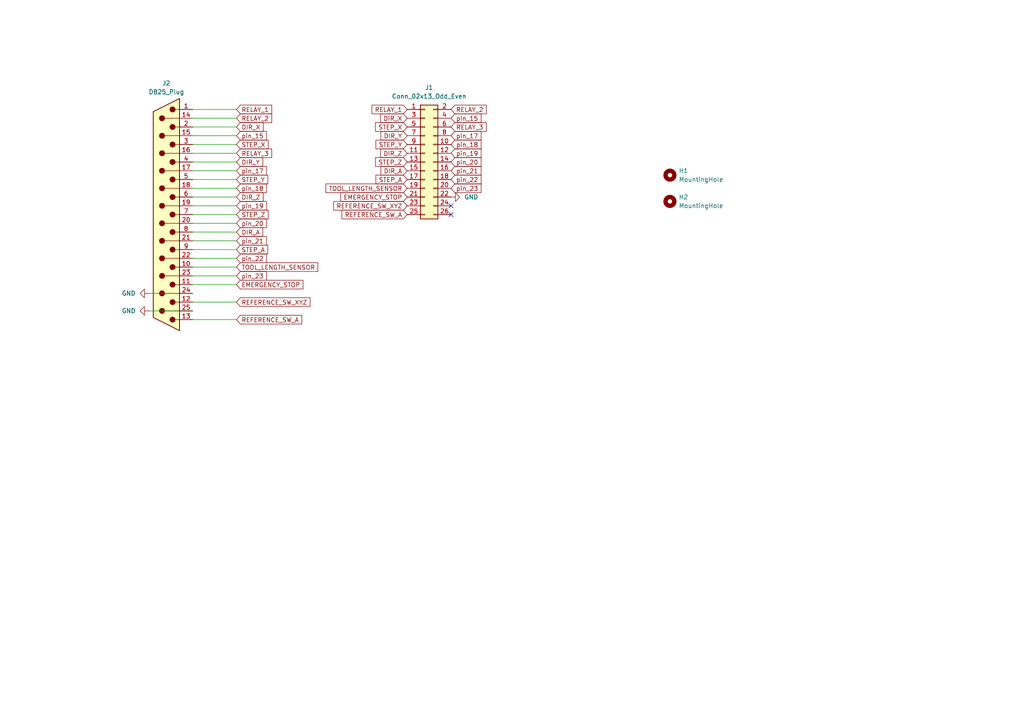
<source format=kicad_sch>
(kicad_sch (version 20231120) (generator "eeschema") (generator_version "8.0")
  (paper "A4")
  (lib_symbols
    (symbol "Connector:DB25_Plug" (pin_names (offset 1.016) hide)
      (property "Reference" "J" (at 0 34.29 0))
      (property "Value" "DB25_Plug" (at 0 -34.925 0))
      (symbol "DB25_Plug_0_1"
        (circle (center -1.778 -30.48) (radius 0.762) (fill (type outline)))
        (circle (center -1.778 -25.4) (radius 0.762) (fill (type outline)))
        (circle (center -1.778 -20.32) (radius 0.762) (fill (type outline)))
        (circle (center -1.778 -15.24) (radius 0.762) (fill (type outline)))
        (circle (center -1.778 -10.16) (radius 0.762) (fill (type outline)))
        (circle (center -1.778 -5.08) (radius 0.762) (fill (type outline)))
        (circle (center -1.778 0) (radius 0.762) (fill (type outline)))
        (circle (center -1.778 5.08) (radius 0.762) (fill (type outline)))
        (circle (center -1.778 10.16) (radius 0.762) (fill (type outline)))
        (circle (center -1.778 15.24) (radius 0.762) (fill (type outline)))
        (circle (center -1.778 20.32) (radius 0.762) (fill (type outline)))
        (circle (center -1.778 25.4) (radius 0.762) (fill (type outline)))
        (circle (center -1.778 30.48) (radius 0.762) (fill (type outline)))
        (polyline (pts (xy -3.81 -30.48) (xy -2.54 -30.48)))
        (polyline (pts (xy -3.81 -27.94) (xy 0.508 -27.94)))
        (polyline (pts (xy -3.81 -25.4) (xy -2.54 -25.4)))
        (polyline (pts (xy -3.81 -22.86) (xy 0.508 -22.86)))
        (polyline (pts (xy -3.81 -20.32) (xy -2.54 -20.32)))
        (polyline (pts (xy -3.81 -17.78) (xy 0.508 -17.78)))
        (polyline (pts (xy -3.81 -15.24) (xy -2.54 -15.24)))
        (polyline (pts (xy -3.81 -12.7) (xy 0.508 -12.7)))
        (polyline (pts (xy -3.81 -10.16) (xy -2.54 -10.16)))
        (polyline (pts (xy -3.81 -7.62) (xy 0.508 -7.62)))
        (polyline (pts (xy -3.81 -5.08) (xy -2.54 -5.08)))
        (polyline (pts (xy -3.81 -2.54) (xy 0.508 -2.54)))
        (polyline (pts (xy -3.81 0) (xy -2.54 0)))
        (polyline (pts (xy -3.81 2.54) (xy 0.508 2.54)))
        (polyline (pts (xy -3.81 5.08) (xy -2.54 5.08)))
        (polyline (pts (xy -3.81 7.62) (xy 0.508 7.62)))
        (polyline (pts (xy -3.81 10.16) (xy -2.54 10.16)))
        (polyline (pts (xy -3.81 12.7) (xy 0.508 12.7)))
        (polyline (pts (xy -3.81 15.24) (xy -2.54 15.24)))
        (polyline (pts (xy -3.81 17.78) (xy 0.508 17.78)))
        (polyline (pts (xy -3.81 20.32) (xy -2.54 20.32)))
        (polyline (pts (xy -3.81 22.86) (xy 0.508 22.86)))
        (polyline (pts (xy -3.81 25.4) (xy -2.54 25.4)))
        (polyline (pts (xy -3.81 27.94) (xy 0.508 27.94)))
        (polyline (pts (xy -3.81 30.48) (xy -2.54 30.48)))
        (polyline (pts (xy -3.81 -33.655) (xy 3.81 -29.845) (xy 3.81 29.845) (xy -3.81 33.655) (xy -3.81 -33.655)) (stroke (width 0.254)) (fill (type background)))
        (circle (center 1.27 -27.94) (radius 0.762) (fill (type outline)))
        (circle (center 1.27 -22.86) (radius 0.762) (fill (type outline)))
        (circle (center 1.27 -17.78) (radius 0.762) (fill (type outline)))
        (circle (center 1.27 -12.7) (radius 0.762) (fill (type outline)))
        (circle (center 1.27 -7.62) (radius 0.762) (fill (type outline)))
        (circle (center 1.27 -2.54) (radius 0.762) (fill (type outline)))
        (circle (center 1.27 2.54) (radius 0.762) (fill (type outline)))
        (circle (center 1.27 7.62) (radius 0.762) (fill (type outline)))
        (circle (center 1.27 12.7) (radius 0.762) (fill (type outline)))
        (circle (center 1.27 17.78) (radius 0.762) (fill (type outline)))
        (circle (center 1.27 22.86) (radius 0.762) (fill (type outline)))
        (circle (center 1.27 27.94) (radius 0.762) (fill (type outline)))
      )
      (symbol "DB25_Plug_1_1"
        (pin passive line (at -7.62 -30.48 0) (length 3.81) (name "1") (number "1"))
        (pin passive line (at -7.62 15.24 0) (length 3.81) (name "10") (number "10"))
        (pin passive line (at -7.62 20.32 0) (length 3.81) (name "11") (number "11"))
        (pin passive line (at -7.62 25.4 0) (length 3.81) (name "12") (number "12"))
        (pin passive line (at -7.62 30.48 0) (length 3.81) (name "13") (number "13"))
        (pin passive line (at -7.62 -27.94 0) (length 3.81) (name "P14") (number "14"))
        (pin passive line (at -7.62 -22.86 0) (length 3.81) (name "P15") (number "15"))
        (pin passive line (at -7.62 -17.78 0) (length 3.81) (name "P16") (number "16"))
        (pin passive line (at -7.62 -12.7 0) (length 3.81) (name "P17") (number "17"))
        (pin passive line (at -7.62 -7.62 0) (length 3.81) (name "P18") (number "18"))
        (pin passive line (at -7.62 -2.54 0) (length 3.81) (name "P19") (number "19"))
        (pin passive line (at -7.62 -25.4 0) (length 3.81) (name "2") (number "2"))
        (pin passive line (at -7.62 2.54 0) (length 3.81) (name "P20") (number "20"))
        (pin passive line (at -7.62 7.62 0) (length 3.81) (name "P21") (number "21"))
        (pin passive line (at -7.62 12.7 0) (length 3.81) (name "P22") (number "22"))
        (pin passive line (at -7.62 17.78 0) (length 3.81) (name "P23") (number "23"))
        (pin passive line (at -7.62 22.86 0) (length 3.81) (name "P24") (number "24"))
        (pin passive line (at -7.62 27.94 0) (length 3.81) (name "P25") (number "25"))
        (pin passive line (at -7.62 -20.32 0) (length 3.81) (name "3") (number "3"))
        (pin passive line (at -7.62 -15.24 0) (length 3.81) (name "4") (number "4"))
        (pin passive line (at -7.62 -10.16 0) (length 3.81) (name "5") (number "5"))
        (pin passive line (at -7.62 -5.08 0) (length 3.81) (name "6") (number "6"))
        (pin passive line (at -7.62 0 0) (length 3.81) (name "7") (number "7"))
        (pin passive line (at -7.62 5.08 0) (length 3.81) (name "8") (number "8"))
        (pin passive line (at -7.62 10.16 0) (length 3.81) (name "9") (number "9"))
      )
    )
    (symbol "Connector_Generic:Conn_02x13_Odd_Even" (pin_names (offset 1.016) hide)
      (property "Reference" "J" (at 1.27 17.78 0))
      (property "Value" "Conn_02x13_Odd_Even" (at 1.27 -17.78 0))
      (symbol "Conn_02x13_Odd_Even_1_1"
        (rectangle (start -1.27 -15.113) (end 0 -15.367) (stroke (width 0.1524)))
        (rectangle (start -1.27 -12.573) (end 0 -12.827) (stroke (width 0.1524)))
        (rectangle (start -1.27 -10.033) (end 0 -10.287) (stroke (width 0.1524)))
        (rectangle (start -1.27 -7.493) (end 0 -7.747) (stroke (width 0.1524)))
        (rectangle (start -1.27 -4.953) (end 0 -5.207) (stroke (width 0.1524)))
        (rectangle (start -1.27 -2.413) (end 0 -2.667) (stroke (width 0.1524)))
        (rectangle (start -1.27 0.127) (end 0 -0.127) (stroke (width 0.1524)))
        (rectangle (start -1.27 2.667) (end 0 2.413) (stroke (width 0.1524)))
        (rectangle (start -1.27 5.207) (end 0 4.953) (stroke (width 0.1524)))
        (rectangle (start -1.27 7.747) (end 0 7.493) (stroke (width 0.1524)))
        (rectangle (start -1.27 10.287) (end 0 10.033) (stroke (width 0.1524)))
        (rectangle (start -1.27 12.827) (end 0 12.573) (stroke (width 0.1524)))
        (rectangle (start -1.27 15.367) (end 0 15.113) (stroke (width 0.1524)))
        (rectangle (start -1.27 16.51) (end 3.81 -16.51) (stroke (width 0.254)) (fill (type background)))
        (rectangle (start 3.81 -15.113) (end 2.54 -15.367) (stroke (width 0.1524)))
        (rectangle (start 3.81 -12.573) (end 2.54 -12.827) (stroke (width 0.1524)))
        (rectangle (start 3.81 -10.033) (end 2.54 -10.287) (stroke (width 0.1524)))
        (rectangle (start 3.81 -7.493) (end 2.54 -7.747) (stroke (width 0.1524)))
        (rectangle (start 3.81 -4.953) (end 2.54 -5.207) (stroke (width 0.1524)))
        (rectangle (start 3.81 -2.413) (end 2.54 -2.667) (stroke (width 0.1524)))
        (rectangle (start 3.81 0.127) (end 2.54 -0.127) (stroke (width 0.1524)))
        (rectangle (start 3.81 2.667) (end 2.54 2.413) (stroke (width 0.1524)))
        (rectangle (start 3.81 5.207) (end 2.54 4.953) (stroke (width 0.1524)))
        (rectangle (start 3.81 7.747) (end 2.54 7.493) (stroke (width 0.1524)))
        (rectangle (start 3.81 10.287) (end 2.54 10.033) (stroke (width 0.1524)))
        (rectangle (start 3.81 12.827) (end 2.54 12.573) (stroke (width 0.1524)))
        (rectangle (start 3.81 15.367) (end 2.54 15.113) (stroke (width 0.1524)))
        (pin passive line (at -5.08 15.24 0) (length 3.81) (name "Pin_1") (number "1"))
        (pin passive line (at 7.62 5.08 180) (length 3.81) (name "Pin_10") (number "10"))
        (pin passive line (at -5.08 2.54 0) (length 3.81) (name "Pin_11") (number "11"))
        (pin passive line (at 7.62 2.54 180) (length 3.81) (name "Pin_12") (number "12"))
        (pin passive line (at -5.08 0 0) (length 3.81) (name "Pin_13") (number "13"))
        (pin passive line (at 7.62 0 180) (length 3.81) (name "Pin_14") (number "14"))
        (pin passive line (at -5.08 -2.54 0) (length 3.81) (name "Pin_15") (number "15"))
        (pin passive line (at 7.62 -2.54 180) (length 3.81) (name "Pin_16") (number "16"))
        (pin passive line (at -5.08 -5.08 0) (length 3.81) (name "Pin_17") (number "17"))
        (pin passive line (at 7.62 -5.08 180) (length 3.81) (name "Pin_18") (number "18"))
        (pin passive line (at -5.08 -7.62 0) (length 3.81) (name "Pin_19") (number "19"))
        (pin passive line (at 7.62 15.24 180) (length 3.81) (name "Pin_2") (number "2"))
        (pin passive line (at 7.62 -7.62 180) (length 3.81) (name "Pin_20") (number "20"))
        (pin passive line (at -5.08 -10.16 0) (length 3.81) (name "Pin_21") (number "21"))
        (pin passive line (at 7.62 -10.16 180) (length 3.81) (name "Pin_22") (number "22"))
        (pin passive line (at -5.08 -12.7 0) (length 3.81) (name "Pin_23") (number "23"))
        (pin passive line (at 7.62 -12.7 180) (length 3.81) (name "Pin_24") (number "24"))
        (pin passive line (at -5.08 -15.24 0) (length 3.81) (name "Pin_25") (number "25"))
        (pin passive line (at 7.62 -15.24 180) (length 3.81) (name "Pin_26") (number "26"))
        (pin passive line (at -5.08 12.7 0) (length 3.81) (name "Pin_3") (number "3"))
        (pin passive line (at 7.62 12.7 180) (length 3.81) (name "Pin_4") (number "4"))
        (pin passive line (at -5.08 10.16 0) (length 3.81) (name "Pin_5") (number "5"))
        (pin passive line (at 7.62 10.16 180) (length 3.81) (name "Pin_6") (number "6"))
        (pin passive line (at -5.08 7.62 0) (length 3.81) (name "Pin_7") (number "7"))
        (pin passive line (at 7.62 7.62 180) (length 3.81) (name "Pin_8") (number "8"))
        (pin passive line (at -5.08 5.08 0) (length 3.81) (name "Pin_9") (number "9"))
      )
    )
    (symbol "Mechanical:MountingHole" (pin_names (offset 1.016)) (exclude_from_sim yes) (in_bom no)
      (property "Reference" "H" (at 0 5.08 0))
      (property "Value" "MountingHole" (at 0 3.175 0))
      (symbol "MountingHole_0_1"
        (circle (center 0 0) (radius 1.27) (stroke (width 1.27)))
      )
    )
    (symbol "power:GND" (power) (pin_numbers hide) (pin_names (offset 0) hide)
      (property "Value" "GND" (at 0 -3.81 0))
      (symbol "GND_0_1"
        (polyline (pts (xy 0 0) (xy 0 -1.27) (xy 1.27 -1.27) (xy 0 -2.54) (xy -1.27 -1.27) (xy 0 -1.27)))
      )
      (symbol "GND_1_1"
        (pin power_in line (at 0 0 270) (length 0) (name "~") (number "1"))
      )
    )
  )
  (no_connect (at 130.81 62.23))
  (no_connect (at 130.81 59.69))
  (wire (pts (xy 68.58 34.29) (xy 55.88 34.29)))
  (wire (pts (xy 68.58 80.01) (xy 55.88 80.01)))
  (wire (pts (xy 68.58 92.71) (xy 55.88 92.71)))
  (wire (pts (xy 68.58 57.15) (xy 55.88 57.15)))
  (wire (pts (xy 68.58 59.69) (xy 55.88 59.69)))
  (wire (pts (xy 68.58 67.31) (xy 55.88 67.31)))
  (wire (pts (xy 43.18 85.09) (xy 55.88 85.09)))
  (wire (pts (xy 68.58 87.63) (xy 55.88 87.63)))
  (wire (pts (xy 68.58 62.23) (xy 55.88 62.23)))
  (wire (pts (xy 68.58 72.39) (xy 55.88 72.39)))
  (wire (pts (xy 68.58 54.61) (xy 55.88 54.61)))
  (wire (pts (xy 68.58 31.75) (xy 55.88 31.75)))
  (wire (pts (xy 68.58 64.77) (xy 55.88 64.77)))
  (wire (pts (xy 68.58 74.93) (xy 55.88 74.93)))
  (wire (pts (xy 68.58 49.53) (xy 55.88 49.53)))
  (wire (pts (xy 68.58 39.37) (xy 55.88 39.37)))
  (wire (pts (xy 43.18 90.17) (xy 55.88 90.17)))
  (wire (pts (xy 68.58 36.83) (xy 55.88 36.83)))
  (wire (pts (xy 68.58 69.85) (xy 55.88 69.85)))
  (wire (pts (xy 68.58 44.45) (xy 55.88 44.45)))
  (wire (pts (xy 68.58 77.47) (xy 55.88 77.47)))
  (wire (pts (xy 68.58 52.07) (xy 55.88 52.07)))
  (wire (pts (xy 68.58 41.91) (xy 55.88 41.91)))
  (wire (pts (xy 68.58 46.99) (xy 55.88 46.99)))
  (wire (pts (xy 68.58 82.55) (xy 55.88 82.55)))
  (global_label "RELAY_3" (shape input) (at 68.58 44.45 0) (property "Intersheetrefs" "${INTERSHEET_REFS}" (effects (hide yes))))
  (global_label "pin_22" (shape input) (at 68.58 74.93 0) (property "Intersheetrefs" "${INTERSHEET_REFS}" (effects (hide yes))))
  (global_label "STEP_Y" (shape input) (at 118.11 41.91 180) (property "Intersheetrefs" "${INTERSHEET_REFS}" (effects (hide yes))))
  (global_label "STEP_Z" (shape input) (at 118.11 46.99 180) (property "Intersheetrefs" "${INTERSHEET_REFS}" (effects (hide yes))))
  (global_label "STEP_A" (shape input) (at 68.58 72.39 0) (property "Intersheetrefs" "${INTERSHEET_REFS}" (effects (hide yes))))
  (global_label "RELAY_1" (shape input) (at 68.58 31.75 0) (property "Intersheetrefs" "${INTERSHEET_REFS}" (effects (hide yes))))
  (global_label "pin_18" (shape input) (at 68.58 54.61 0) (property "Intersheetrefs" "${INTERSHEET_REFS}" (effects (hide yes))))
  (global_label "pin_23" (shape input) (at 130.81 54.61 0) (property "Intersheetrefs" "${INTERSHEET_REFS}" (effects (hide yes))))
  (global_label "pin_17" (shape input) (at 68.58 49.53 0) (property "Intersheetrefs" "${INTERSHEET_REFS}" (effects (hide yes))))
  (global_label "RELAY_1" (shape input) (at 118.11 31.75 180) (property "Intersheetrefs" "${INTERSHEET_REFS}" (effects (hide yes))))
  (global_label "EMERGENCY_STOP" (shape input) (at 68.58 82.55 0) (property "Intersheetrefs" "${INTERSHEET_REFS}" (effects (hide yes))))
  (global_label "pin_21" (shape input) (at 68.58 69.85 0) (property "Intersheetrefs" "${INTERSHEET_REFS}" (effects (hide yes))))
  (global_label "pin_15" (shape input) (at 130.81 34.29 0) (property "Intersheetrefs" "${INTERSHEET_REFS}" (effects (hide yes))))
  (global_label "DIR_Z" (shape input) (at 68.58 57.15 0) (property "Intersheetrefs" "${INTERSHEET_REFS}" (effects (hide yes))))
  (global_label "STEP_A" (shape input) (at 118.11 52.07 180) (property "Intersheetrefs" "${INTERSHEET_REFS}" (effects (hide yes))))
  (global_label "RELAY_2" (shape input) (at 130.81 31.75 0) (property "Intersheetrefs" "${INTERSHEET_REFS}" (effects (hide yes))))
  (global_label "DIR_Z" (shape input) (at 118.11 44.45 180) (property "Intersheetrefs" "${INTERSHEET_REFS}" (effects (hide yes))))
  (global_label "TOOL_LENGTH_SENSOR" (shape input) (at 68.58 77.47 0) (property "Intersheetrefs" "${INTERSHEET_REFS}" (effects (hide yes))))
  (global_label "REFERENCE_SW_A" (shape input) (at 118.11 62.23 180) (property "Intersheetrefs" "${INTERSHEET_REFS}" (effects (hide yes))))
  (global_label "DIR_X" (shape input) (at 118.11 34.29 180) (property "Intersheetrefs" "${INTERSHEET_REFS}" (effects (hide yes))))
  (global_label "REFERENCE_SW_XYZ" (shape input) (at 68.58 87.63 0) (property "Intersheetrefs" "${INTERSHEET_REFS}" (effects (hide yes))))
  (global_label "TOOL_LENGTH_SENSOR" (shape input) (at 118.11 54.61 180) (property "Intersheetrefs" "${INTERSHEET_REFS}" (effects (hide yes))))
  (global_label "STEP_X" (shape input) (at 68.58 41.91 0) (property "Intersheetrefs" "${INTERSHEET_REFS}" (effects (hide yes))))
  (global_label "REFERENCE_SW_A" (shape input) (at 68.58 92.71 0) (property "Intersheetrefs" "${INTERSHEET_REFS}" (effects (hide yes))))
  (global_label "DIR_Y" (shape input) (at 118.11 39.37 180) (property "Intersheetrefs" "${INTERSHEET_REFS}" (effects (hide yes))))
  (global_label "pin_20" (shape input) (at 68.58 64.77 0) (property "Intersheetrefs" "${INTERSHEET_REFS}" (effects (hide yes))))
  (global_label "pin_23" (shape input) (at 68.58 80.01 0) (property "Intersheetrefs" "${INTERSHEET_REFS}" (effects (hide yes))))
  (global_label "EMERGENCY_STOP" (shape input) (at 118.11 57.15 180) (property "Intersheetrefs" "${INTERSHEET_REFS}" (effects (hide yes))))
  (global_label "DIR_A" (shape input) (at 68.58 67.31 0) (property "Intersheetrefs" "${INTERSHEET_REFS}" (effects (hide yes))))
  (global_label "pin_21" (shape input) (at 130.81 49.53 0) (property "Intersheetrefs" "${INTERSHEET_REFS}" (effects (hide yes))))
  (global_label "pin_15" (shape input) (at 68.58 39.37 0) (property "Intersheetrefs" "${INTERSHEET_REFS}" (effects (hide yes))))
  (global_label "STEP_Z" (shape input) (at 68.58 62.23 0) (property "Intersheetrefs" "${INTERSHEET_REFS}" (effects (hide yes))))
  (global_label "REFERENCE_SW_XYZ" (shape input) (at 118.11 59.69 180) (property "Intersheetrefs" "${INTERSHEET_REFS}" (effects (hide yes))))
  (global_label "STEP_Y" (shape input) (at 68.58 52.07 0) (property "Intersheetrefs" "${INTERSHEET_REFS}" (effects (hide yes))))
  (global_label "pin_19" (shape input) (at 130.81 44.45 0) (property "Intersheetrefs" "${INTERSHEET_REFS}" (effects (hide yes))))
  (global_label "RELAY_3" (shape input) (at 130.81 36.83 0) (property "Intersheetrefs" "${INTERSHEET_REFS}" (effects (hide yes))))
  (global_label "pin_22" (shape input) (at 130.81 52.07 0) (property "Intersheetrefs" "${INTERSHEET_REFS}" (effects (hide yes))))
  (global_label "DIR_Y" (shape input) (at 68.58 46.99 0) (property "Intersheetrefs" "${INTERSHEET_REFS}" (effects (hide yes))))
  (global_label "STEP_X" (shape input) (at 118.11 36.83 180) (property "Intersheetrefs" "${INTERSHEET_REFS}" (effects (hide yes))))
  (global_label "pin_19" (shape input) (at 68.58 59.69 0) (property "Intersheetrefs" "${INTERSHEET_REFS}" (effects (hide yes))))
  (global_label "RELAY_2" (shape input) (at 68.58 34.29 0) (property "Intersheetrefs" "${INTERSHEET_REFS}" (effects (hide yes))))
  (global_label "DIR_X" (shape input) (at 68.58 36.83 0) (property "Intersheetrefs" "${INTERSHEET_REFS}" (effects (hide yes))))
  (global_label "pin_18" (shape input) (at 130.81 41.91 0) (property "Intersheetrefs" "${INTERSHEET_REFS}" (effects (hide yes))))
  (global_label "pin_20" (shape input) (at 130.81 46.99 0) (property "Intersheetrefs" "${INTERSHEET_REFS}" (effects (hide yes))))
  (global_label "DIR_A" (shape input) (at 118.11 49.53 180) (property "Intersheetrefs" "${INTERSHEET_REFS}" (effects (hide yes))))
  (global_label "pin_17" (shape input) (at 130.81 39.37 0) (property "Intersheetrefs" "${INTERSHEET_REFS}" (effects (hide yes))))
  (symbol (lib_id "power:GND") (at 43.18 85.09 270) (unit 1)
    (property "Reference" "#PWR07" (effects (hide yes)))
    (property "Value" "GND" (at 39.37 85.0899 90) (effects (justify right)))
    (property "Description" "Power symbol creates a global label with name \"GND\" , ground" (effects (hide yes)))
  )
  (symbol (lib_id "Connector:DB25_Plug") (at 48.26 62.23 180) (unit 1)
    (property "Reference" "J2" (at 48.26 24.13 0))
    (property "Value" "DB25_Plug" (at 48.26 26.67 0))
    (property "Footprint" "Connector_Dsub:DSUB-25_Male_Horizontal_P2.77x2.54mm_EdgePinOffset9.40mm" (effects (hide yes)))
    (property "Description" "25-pin male plug pin D-SUB connector" (effects (hide yes)))
  )
  (symbol (lib_id "power:GND") (at 43.18 90.17 270) (unit 1)
    (property "Reference" "#PWR08" (effects (hide yes)))
    (property "Value" "GND" (at 39.37 90.1699 90) (effects (justify right)))
    (property "Description" "Power symbol creates a global label with name \"GND\" , ground" (effects (hide yes)))
  )
  (symbol (lib_id "Mechanical:MountingHole") (at 194.31 50.8 0) (unit 1) (exclude_from_sim yes) (in_bom no)
    (property "Reference" "H1" (at 196.85 49.5299 0) (effects (justify left)))
    (property "Value" "MountingHole" (at 196.85 52.0699 0) (effects (justify left)))
    (property "Footprint" "MountingHole:MountingHole_3.2mm_M3" (effects (hide yes)))
    (property "Description" "Mounting Hole without connection" (effects (hide yes)))
  )
  (symbol (lib_id "Mechanical:MountingHole") (at 194.31 58.42 0) (unit 1) (exclude_from_sim yes) (in_bom no)
    (property "Reference" "H2" (at 196.85 57.1499 0) (effects (justify left)))
    (property "Value" "MountingHole" (at 196.85 59.6899 0) (effects (justify left)))
    (property "Footprint" "MountingHole:MountingHole_3.2mm_M3" (effects (hide yes)))
    (property "Description" "Mounting Hole without connection" (effects (hide yes)))
  )
  (symbol (lib_id "power:GND") (at 130.81 57.15 90) (unit 1)
    (property "Reference" "#PWR09" (effects (hide yes)))
    (property "Value" "GND" (at 134.62 57.1499 90) (effects (justify right)))
    (property "Description" "Power symbol creates a global label with name \"GND\" , ground" (effects (hide yes)))
  )
  (symbol (lib_id "Connector_Generic:Conn_02x13_Odd_Even") (at 123.19 46.99 0) (unit 1)
    (property "Reference" "J1" (at 124.46 25.4 0))
    (property "Value" "Conn_02x13_Odd_Even" (at 124.46 27.94 0))
    (property "Footprint" "Connector_PinHeader_2.54mm:PinHeader_2x13_P2.54mm_Horizontal" (effects (hide yes)))
    (property "Description" "Generic connector, double row, 02x13, odd/even pin numbering scheme (row 1 odd numbers, row 2 even numbers), script generated (kicad-library-utils/schlib/autogen/connector/)" (effects (hide yes)))
  )
)
</source>
